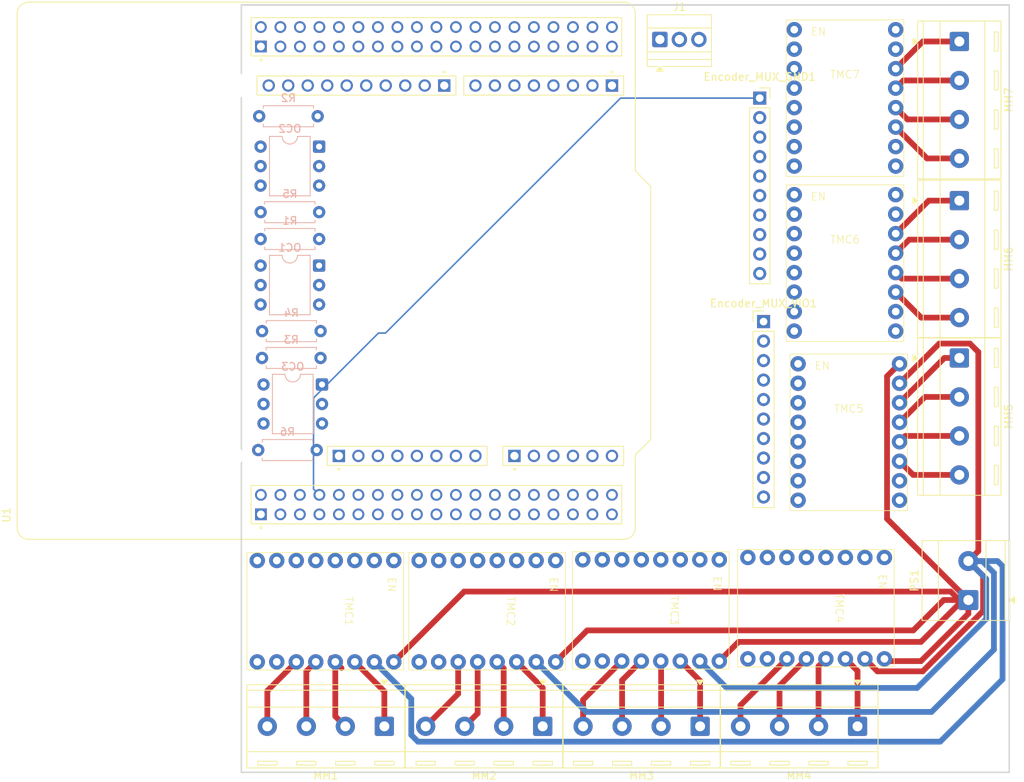
<source format=kicad_pcb>
(kicad_pcb (version 20241229) (generator "pcbnew") (generator_version "9.0")
  (layers (0 "F.Cu" signal) (2 "B.Cu" signal) (13 "F.Paste" user) (15 "B.Paste" user) (5 "F.SilkS" user "F.Silkscreen") (7 "B.SilkS" user "B.Silkscreen") (1 "F.Mask" user) (3 "B.Mask" user) (25 "Edge.Cuts" user))
  (net 0 "")
  (net 1 "EN")
  (net 6 "LIMIT5_IN")
  (net 36 "LIMIT1_IN")
  (net 62 "LIMIT4_IN")
  (net 67 "VM")
  (net 68 "GND_IO")
  (net 69 "SCK")
  (net 70 "VCC_IO")
  (net 71 "GND")
  (net 72 "DIR4")
  (net 73 "STEP4")
  (net 74 "CSN")
  (net 75 "DIR5")
  (net 76 "STEP5")
  (net 77 "STEP6")
  (net 78 "DIR6")
  (net 79 "STEP7")
  (net 80 "DIR7")
  (net 81 "DIR1")
  (net 82 "STEP1")
  (net 83 "STEP2")
  (net 84 "DIR2")
  (net 85 "STEP3")
  (net 86 "DIR3")
  (net 87 "ENC3")
  (net 88 "LIMIT2")
  (net 89 "ENC6")
  (net 90 "ENC5")
  (net 91 "ENC4")
  (net 92 "ENC1")
  (net 93 "LIMIT6")
  (net 94 "ENC7")
  (net 95 "LIMIT3")
  (net 96 "ENC2")
  (net 97 "LIMIT1_OUT")
  (net 105 "MOSI_OUT")
  (net 106 "Net-(TMC1-MISO)")
  (net 107 "Net-(TMC2-MISO)")
  (net 108 "Net-(TMC3-MISO)")
  (net 109 "Net-(TMC4-MISO)")
  (net 110 "Net-(TMC5-MISO)")
  (net 111 "Net-(TMC6-MISO)")
  (net 112 "MISO_OUT")
  (net 113 "/MOTOR1_A1")
  (net 114 "/MOTOR1_A2")
  (net 115 "/MOTOR1_B1")
  (net 116 "/MOTOR1_B2")
  (net 117 "/MOTOR2_A1")
  (net 118 "/MOTOR2_B2")
  (net 119 "/MOTOR2_A2")
  (net 120 "/MOTOR2_B1")
  (net 121 "/MOTOR3_B2")
  (net 122 "/MOTOR3_A1")
  (net 123 "/MOTOR3_B1")
  (net 124 "/MOTOR3_A2")
  (net 125 "/MOTOR4_A2")
  (net 126 "/MOTOR4_B2")
  (net 127 "/MOTOR4_B1")
  (net 128 "/MOTOR4_A1")
  (net 129 "/MOTOR5_B1")
  (net 130 "/MOTOR5_A1")
  (net 131 "/MOTOR5_A2")
  (net 132 "/MOTOR5_B2")
  (net 133 "/MOTOR6_A2")
  (net 134 "/MOTOR6_A1")
  (net 135 "/MOTOR6_B2")
  (net 136 "/MOTOR6_B1")
  (net 137 "/MOTOR7_A2")
  (net 138 "/MOTOR7_A1")
  (net 139 "/MOTOR7_B2")
  (net 140 "/MOTOR7_B1")
  (net 141 "/RIN_1")
  (net 142 "/RIN_3")
  (net 144 "/RIN_2")
  (net 145 "LIMIT4_OUT")
  (net 148 "LIMIT5_OUT")
  (net 149 "Net-(OC1-Pad5)")
  (net 150 "Net-(OC2-Pad5)")
  (net 151 "Net-(OC3-Pad5)")
  (footprint "TerminalBlock_RND:TerminalBlock_RND_205-00289_1x04_P5.08mm_Horizontal" (layer "F.Cu") (at 181.5 79 -90)
    (property "Reference" "MM6")
    (property "Value" "Screw_Terminal_01x04")
  )
  (footprint "boards:MODULE_NUCLEO-F446RE" (layer "F.Cu") (at 100.05 88.13 90)
    (property "Reference" "U1")
    (property "Value" "NUCLEO-F446RE")
  )
  (footprint "boards:tmc5160" (layer "F.Cu") (at 122.58 132.5 -90)
    (property "Reference" "TMC2")
    (property "Value" "~")
  )
  (footprint "TerminalBlock_RND:TerminalBlock_RND_205-00289_1x04_P5.08mm_Horizontal" (layer "F.Cu") (at 127.24 147.5 180)
    (property "Reference" "MM2")
    (property "Value" "Screw_Terminal_01x04")
  )
  (footprint "TerminalBlock:TerminalBlock_Xinya_XY308-2.54-3P_1x03_P2.54mm_Horizontal" (layer "F.Cu") (at 142.5 58)
    (property "Reference" "J1")
    (property "Value" "Screw_Terminal_01x03")
  )
  (footprint "boards:tmc5160" (layer "F.Cu") (at 101.5 132.5 -90)
    (property "Reference" "TMC1")
    (property "Value" "~")
  )
  (footprint "TerminalBlock_RND:TerminalBlock_RND_205-00289_1x04_P5.08mm_Horizontal" (layer "F.Cu") (at 181.5 99.5 -90)
    (property "Reference" "MM5")
    (property "Value" "Screw_Terminal_01x04")
  )
  (footprint "TerminalBlock_RND:TerminalBlock_RND_205-00289_1x04_P5.08mm_Horizontal" (layer "F.Cu") (at 181.5 58.26 -90)
    (property "Reference" "MM7")
    (property "Value" "Screw_Terminal_01x04")
  )
  (footprint "boards:tmc5160" (layer "F.Cu") (at 143.89 132.396 -90)
    (property "Reference" "TMC3")
    (property "Value" "~")
  )
  (footprint "boards:tmc5160" (layer "F.Cu") (at 167.104 106.61)
    (property "Reference" "TMC5")
    (property "Value" "~")
  )
  (footprint "boards:tmc5160" (layer "F.Cu") (at 166.604 63.07)
    (property "Reference" "TMC7")
    (property "Value" "~")
  )
  (footprint "boards:tmc5160" (layer "F.Cu") (at 165.39 132.104 -90)
    (property "Reference" "TMC4")
    (property "Value" "~")
  )
  (footprint "TerminalBlock_RND:TerminalBlock_RND_205-00289_1x04_P5.08mm_Horizontal" (layer "F.Cu") (at 168.24 147.5 180)
    (property "Reference" "MM4")
    (property "Value" "Screw_Terminal_01x04")
  )
  (footprint "boards:tmc5160" (layer "F.Cu") (at 166.604 84.57)
    (property "Reference" "TMC6")
    (property "Value" "~")
  )
  (footprint "Connector_PinHeader_2.54mm:PinHeader_1x10_P2.54mm_Vertical" (layer "F.Cu") (at 156 94.76)
    (property "Reference" "Encoder_MUX_VIO1")
    (property "Value" "Conn_01x010")
  )
  (footprint "TerminalBlock_RND:TerminalBlock_RND_205-00289_1x04_P5.08mm_Horizontal" (layer "F.Cu") (at 147.74 147.5 180)
    (property "Reference" "MM3")
    (property "Value" "Screw_Terminal_01x04")
  )
  (footprint "TerminalBlock_RND:TerminalBlock_RND_205-00289_1x04_P5.08mm_Horizontal" (layer "F.Cu") (at 106.62 147.5 180)
    (property "Reference" "MM1")
    (property "Value" "Screw_Terminal_01x04")
  )
  (footprint "TerminalBlock_Phoenix:TerminalBlock_Phoenix_MKDS-3-2-5.08_1x02_P5.08mm_Horizontal" (layer "F.Cu") (at 182.6675 131.045 90)
    (property "Reference" "PS1")
    (property "Value" "Screw_Terminal_01x02")
  )
  (footprint "Connector_PinSocket_2.54mm:PinSocket_1x10_P2.54mm_Vertical" (layer "F.Cu") (at 155.5 65.64)
    (property "Reference" "Encoder_MUX_GND1")
    (property "Value" "Conn_01x010")
  )
  (footprint "Package_DIP:DIP-6_W7.62mm" (layer "B.Cu") (at 98.12 87.46 180)
    (property "Reference" "OC1")
    (property "Value" "CNY17")
  )
  (footprint "Resistor_THT:R_Axial_DIN0207_L6.3mm_D2.5mm_P7.62mm_Horizontal" (layer "B.Cu") (at 98.315 96 180)
    (property "Reference" "R4")
    (property "Value" "160")
  )
  (footprint "Package_DIP:DIP-6_W7.62mm" (layer "B.Cu") (at 98.12 71.96 180)
    (property "Reference" "OC2")
    (property "Value" "CNY17")
  )
  (footprint "Resistor_THT:R_Axial_DIN0207_L6.3mm_D2.5mm_P7.62mm_Horizontal" (layer "B.Cu") (at 98.31 99.5 180)
    (property "Reference" "R3")
    (property "Value" "3.3K")
  )
  (footprint "Resistor_THT:R_Axial_DIN0207_L6.3mm_D2.5mm_P7.62mm_Horizontal" (layer "B.Cu") (at 97.935 68 180)
    (property "Reference" "R2")
    (property "Value" "3.3K")
  )
  (footprint "Resistor_THT:R_Axial_DIN0207_L6.3mm_D2.5mm_P7.62mm_Horizontal" (layer "B.Cu") (at 98.125 80.5 180)
    (property "Reference" "R5")
    (property "Value" "160")
  )
  (footprint "Package_DIP:DIP-6_W7.62mm" (layer "B.Cu") (at 98.5 102.96 180)
    (property "Reference" "OC3")
    (property "Value" "CNY17")
  )
  (footprint "Resistor_THT:R_Axial_DIN0207_L6.3mm_D2.5mm_P7.62mm_Horizontal" (layer "B.Cu") (at 97.81 111.5 180)
    (property "Reference" "R6")
    (property "Value" "160")
  )
  (footprint "Resistor_THT:R_Axial_DIN0207_L6.3mm_D2.5mm_P7.62mm_Horizontal" (layer "B.Cu") (at 98.125 84 180)
    (property "Reference" "R1")
    (property "Value" "3.3K")
  )
  (gr_rect (start 88 53.5) (end 188 153.5) (stroke (width 0.2)) (fill no) (layer "Edge.Cuts"))
  (segment (start 182.6675 132.8325) (end 176.5 139) (width 0.75) (layer "F.Cu") (net 67))
  (segment (start 172.082 101.886) (end 173.708 100.26) (width 0.75) (layer "F.Cu") (net 67))
  (segment (start 133.034 135) (end 128.93 139.104) (width 0.75) (layer "F.Cu") (net 67))
  (segment (start 181.955 131.045) (end 176.5 136.5) (width 0.75) (layer "F.Cu") (net 67))
  (segment (start 175.5 135) (end 133.034 135) (width 0.75) (layer "F.Cu") (net 67))
  (segment (start 182.6675 131.045) (end 181.955 131.045) (width 0.75) (layer "F.Cu") (net 67))
  (segment (start 182.6675 131.045) (end 182.6675 132.8325) (width 0.75) (layer "F.Cu") (net 67))
  (segment (start 152.74 136.5) (end 150.24 139) (width 0.75) (layer "F.Cu") (net 67))
  (segment (start 182.6675 131.045) (end 179.455 131.045) (width 0.75) (layer "F.Cu") (net 67))
  (segment (start 172.082 120.4595) (end 172.082 101.886) (width 0.75) (layer "F.Cu") (net 67))
  (segment (start 181.56125 129.93875) (end 172.082 120.4595) (width 0.75) (layer "F.Cu") (net 67))
  (segment (start 179.455 131.045) (end 175.5 135) (width 0.75) (layer "F.Cu") (net 67))
  (segment (start 176.5 136.5) (end 152.74 136.5) (width 0.75) (layer "F.Cu") (net 67))
  (segment (start 176.5 139) (end 172.032 139) (width 0.75) (layer "F.Cu") (net 67))
  (segment (start 182.6675 131.045) (end 181.56125 129.93875) (width 0.75) (layer "F.Cu") (net 67))
  (segment (start 117.01525 129.93875) (end 107.85 139.104) (width 0.75) (layer "F.Cu") (net 67))
  (segment (start 181.719375 131.280625) (end 180.3775 129.93875) (width 0.75) (layer "F.Cu") (net 67))
  (segment (start 180.3775 129.93875) (end 117.01525 129.93875) (width 0.75) (layer "F.Cu") (net 67))
  (segment (start 172.032 139) (end 171.74 138.708) (width 0.75) (layer "F.Cu") (net 67))
  (segment (start 97.395 104.71295) (end 97.395 116.575) (width 0.2) (layer "B.Cu") (net 68))
  (segment (start 106.76105 96.259) (end 105.84895 96.259) (width 0.2) (layer "B.Cu") (net 68))
  (segment (start 97.395 116.575) (end 98.16 117.34) (width 0.2) (layer "B.Cu") (net 68))
  (segment (start 155.5 65.64) (end 137.38005 65.64) (width 0.2) (layer "B.Cu") (net 68))
  (segment (start 137.38005 65.64) (end 106.76105 96.259) (width 0.2) (layer "B.Cu") (net 68))
  (segment (start 105.84895 96.259) (end 97.395 104.71295) (width 0.2) (layer "B.Cu") (net 68))
  (segment (start 184.5935 127.891) (end 184.5935 132.464778) (width 0.75) (layer "F.Cu") (net 71))
  (segment (start 176.724278 140.334) (end 170.826 140.334) (width 0.75) (layer "F.Cu") (net 71))
  (segment (start 183.9675 124.665) (end 183.9675 98.721722) (width 0.75) (layer "F.Cu") (net 71))
  (segment (start 184.5935 132.464778) (end 176.724278 140.334) (width 0.75) (layer "F.Cu") (net 71))
  (segment (start 182.869778 97.624) (end 178.884 97.624) (width 0.75) (layer "F.Cu") (net 71))
  (segment (start 170.826 140.334) (end 169.2 138.708) (width 0.75) (layer "F.Cu") (net 71))
  (segment (start 182.6675 125.965) (end 183.9675 124.665) (width 0.75) (layer "F.Cu") (net 71))
  (segment (start 178.884 97.624) (end 173.708 102.8) (width 0.75) (layer "F.Cu") (net 71))
  (segment (start 183.9675 98.721722) (end 182.869778 97.624) (width 0.75) (layer "F.Cu") (net 71))
  (segment (start 182.6675 125.965) (end 184.5935 127.891) (width 0.75) (layer "F.Cu") (net 71))
  (segment (start 110.124 148.624) (end 111 149.5) (width 0.75) (layer "B.Cu") (net 71))
  (segment (start 186 127.5) (end 186 137.5) (width 0.75) (layer "B.Cu") (net 71))
  (segment (start 132.91 145.624) (end 126.39 139.104) (width 0.75) (layer "B.Cu") (net 71))
  (segment (start 182.6675 125.965) (end 185 128.2975) (width 0.75) (layer "B.Cu") (net 71))
  (segment (start 111 149.5) (end 179 149.5) (width 0.75) (layer "B.Cu") (net 71))
  (segment (start 182.6675 125.965) (end 184.465 125.965) (width 0.75) (layer "B.Cu") (net 71))
  (segment (start 110.124 143.918) (end 110.124 148.624) (width 0.75) (layer "B.Cu") (net 71))
  (segment (start 151.2 142.5) (end 147.7 139) (width 0.75) (layer "B.Cu") (net 71))
  (segment (start 185 133.5) (end 176 142.5) (width 0.75) (layer "B.Cu") (net 71))
  (segment (start 187.124 141.376) (end 187.124 126.624) (width 0.75) (layer "B.Cu") (net 71))
  (segment (start 176 142.5) (end 151.2 142.5) (width 0.75) (layer "B.Cu") (net 71))
  (segment (start 105.31 139.104) (end 110.124 143.918) (width 0.75) (layer "B.Cu") (net 71))
  (segment (start 186 137.5) (end 177.876 145.624) (width 0.75) (layer "B.Cu") (net 71))
  (segment (start 185 128.2975) (end 185 133.5) (width 0.75) (layer "B.Cu") (net 71))
  (segment (start 179 149.5) (end 187.124 141.376) (width 0.75) (layer "B.Cu") (net 71))
  (segment (start 187.124 126.624) (end 186.465 125.965) (width 0.75) (layer "B.Cu") (net 71))
  (segment (start 184.465 125.965) (end 186 127.5) (width 0.75) (layer "B.Cu") (net 71))
  (segment (start 186.465 125.965) (end 182.6675 125.965) (width 0.75) (layer "B.Cu") (net 71))
  (segment (start 177.876 145.624) (end 132.91 145.624) (width 0.75) (layer "B.Cu") (net 71))
  (segment (start 106.62 142.954) (end 102.77 139.104) (width 0.75) (layer "F.Cu") (net 113))
  (segment (start 106.62 147.5) (end 106.62 142.954) (width 0.75) (layer "F.Cu") (net 113))
  (segment (start 101.04 139.914) (end 99.73 138.604) (width 0.75) (layer "F.Cu") (net 114))
  (segment (start 100.23 146.19) (end 100.23 139.104) (width 0.75) (layer "F.Cu") (net 114))
  (segment (start 101.54 147.5) (end 100.23 146.19) (width 0.75) (layer "F.Cu") (net 114))
  (segment (start 96.46 147.5) (end 96.46 140.334) (width 0.75) (layer "F.Cu") (net 115))
  (segment (start 96.46 140.334) (end 97.69 139.104) (width 0.75) (layer "F.Cu") (net 115))
  (segment (start 91.38 142.874) (end 95.15 139.104) (width 0.75) (layer "F.Cu") (net 116))
  (segment (start 91.38 147.5) (end 91.38 142.874) (width 0.75) (layer "F.Cu") (net 116))
  (segment (start 127.24 147.5) (end 127.24 142.494) (width 0.75) (layer "F.Cu") (net 117))
  (segment (start 127.24 142.494) (end 123.85 139.104) (width 0.75) (layer "F.Cu") (net 117))
  (segment (start 112 147.5) (end 116.23 143.27) (width 0.75) (layer "F.Cu") (net 118))
  (segment (start 116.23 143.27) (end 116.23 139.104) (width 0.75) (layer "F.Cu") (net 118))
  (segment (start 122.16 139.954) (end 121.31 139.104) (width 0.75) (layer "F.Cu") (net 119))
  (segment (start 122.16 147.5) (end 122.16 139.954) (width 0.75) (layer "F.Cu") (net 119))
  (segment (start 117.08 147.5) (end 118.77 145.81) (width 0.75) (layer "F.Cu") (net 120))
  (segment (start 118.77 145.81) (end 118.77 139.104) (width 0.75) (layer "F.Cu") (net 120))
  (segment (start 132.5 144.04) (end 137.54 139) (width 0.75) (layer "F.Cu") (net 121))
  (segment (start 132.5 147.5) (end 132.5 144.04) (width 0.75) (layer "F.Cu") (net 121))
  (segment (start 147.74 147.5) (end 147.74 141.58) (width 0.75) (layer "F.Cu") (net 122))
  (segment (start 147.74 141.58) (end 145.16 139) (width 0.75) (layer "F.Cu") (net 122))
  (segment (start 137.58 141.5) (end 140.08 139) (width 0.75) (layer "F.Cu") (net 123))
  (segment (start 137.58 147.5) (end 137.58 141.5) (width 0.75) (layer "F.Cu") (net 123))
  (segment (start 142.66 147.5) (end 142.66 139.04) (width 0.75) (layer "F.Cu") (net 124))
  (segment (start 142.66 139.04) (end 142.62 139) (width 0.75) (layer "F.Cu") (net 124))
  (segment (start 163.16 139.668) (end 164.12 138.708) (width 0.75) (layer "F.Cu") (net 125))
  (segment (start 163.16 147.5) (end 163.16 139.668) (width 0.75) (layer "F.Cu") (net 125))
  (segment (start 153 144.748) (end 159.04 138.708) (width 0.75) (layer "F.Cu") (net 126))
  (segment (start 153 147.5) (end 153 144.748) (width 0.75) (layer "F.Cu") (net 126))
  (segment (start 158.08 142.208) (end 161.58 138.708) (width 0.75) (layer "F.Cu") (net 127))
  (segment (start 158.08 147.5) (end 158.08 142.208) (width 0.75) (layer "F.Cu") (net 127))
  (segment (start 168.24 140.288) (end 166.66 138.708) (width 0.75) (layer "F.Cu") (net 128))
  (segment (start 168.24 147.5) (end 168.24 140.288) (width 0.75) (layer "F.Cu") (net 128))
  (segment (start 174.468 109.66) (end 173.708 110.42) (width 0.75) (layer "F.Cu") (net 129))
  (segment (start 181.5 109.66) (end 174.468 109.66) (width 0.75) (layer "F.Cu") (net 129))
  (segment (start 179.548 99.5) (end 173.708 105.34) (width 0.75) (layer "F.Cu") (net 130))
  (segment (start 181.5 99.5) (end 179.548 99.5) (width 0.75) (layer "F.Cu") (net 130))
  (segment (start 181.5 104.58) (end 177.008 104.58) (width 0.75) (layer "F.Cu") (net 131))
  (segment (start 177.008 104.58) (end 173.708 107.88) (width 0.75) (layer "F.Cu") (net 131))
  (segment (start 175.488 114.74) (end 173.708 112.96) (width 0.75) (layer "F.Cu") (net 132))
  (segment (start 181.5 114.74) (end 175.488 114.74) (width 0.75) (layer "F.Cu") (net 132))
  (segment (start 181.5 84.08) (end 174.968 84.08) (width 0.75) (layer "F.Cu") (net 133))
  (segment (start 174.968 84.08) (end 173.208 85.84) (width 0.75) (layer "F.Cu") (net 133))
  (segment (start 181.5 79) (end 177.508 79) (width 0.75) (layer "F.Cu") (net 134))
  (segment (start 177.508 79) (end 173.208 83.3) (width 0.75) (layer "F.Cu") (net 134))
  (segment (start 176.528 94.24) (end 173.208 90.92) (width 0.75) (layer "F.Cu") (net 135))
  (segment (start 181.5 94.24) (end 176.528 94.24) (width 0.75) (layer "F.Cu") (net 135))
  (segment (start 181.5 89.16) (end 173.988 89.16) (width 0.75) (layer "F.Cu") (net 136))
  (segment (start 173.988 89.16) (end 173.208 88.38) (width 0.75) (layer "F.Cu") (net 136))
  (segment (start 174.208 63.34) (end 173.208 64.34) (width 0.75) (layer "F.Cu") (net 137))
  (segment (start 181.5 63.34) (end 174.208 63.34) (width 0.75) (layer "F.Cu") (net 137))
  (segment (start 181.5 58.26) (end 176.748 58.26) (width 0.75) (layer "F.Cu") (net 138))
  (segment (start 176.748 58.26) (end 173.208 61.8) (width 0.75) (layer "F.Cu") (net 138))
  (segment (start 181.5 73.5) (end 177.288 73.5) (width 0.75) (layer "F.Cu") (net 139))
  (segment (start 177.288 73.5) (end 173.208 69.42) (width 0.75) (layer "F.Cu") (net 139))
  (segment (start 174.748 68.42) (end 173.208 66.88) (width 0.75) (layer "F.Cu") (net 140))
  (segment (start 181.5 68.42) (end 174.748 68.42) (width 0.75) (layer "F.Cu") (net 140))
)
</source>
